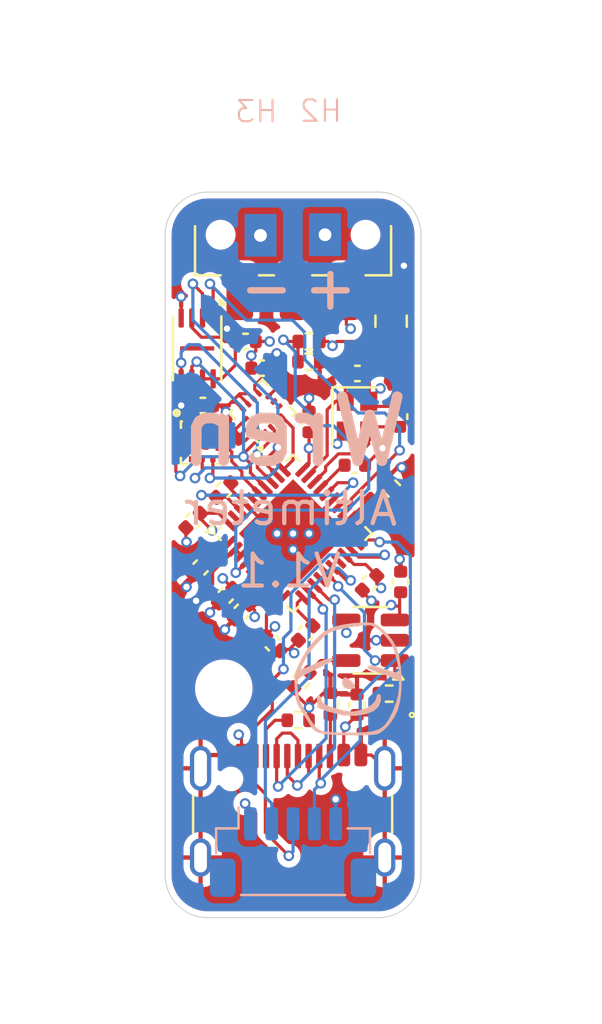
<source format=kicad_pcb>
(kicad_pcb (version 20240108) (generator "pcbnew") (generator_version "8.0")
  (title_block (comment 4 "AISLER Project ID: KFYYHNFJ"))
  (layers (0 "F.Cu" signal) (1 "In1.Cu" signal) (2 "In2.Cu" signal) (31 "B.Cu" signal) (34 "B.Paste" user) (35 "F.Paste" user) (36 "B.SilkS" user "B.Silkscreen") (37 "F.SilkS" user "F.Silkscreen") (38 "B.Mask" user) (39 "F.Mask" user) (44 "Edge.Cuts" user))
  (net 0 "")
  (net 1 "Earth")
  (net 2 "+1V8")
  (net 3 "/D_N")
  (net 4 "VUSB")
  (net 5 "/D_P")
  (net 6 "VCC")
  (net 7 "/VSENSE")
  (net 8 "/NRST")
  (net 9 "VBAT")
  (net 10 "/BARO_CS")
  (net 11 "/ACC_CS")
  (net 12 "/SCK")
  (net 13 "/MISO")
  (net 14 "/MOSI")
  (net 15 "Net-(U2-PROG)")
  (net 27 "/DEC_3")
  (net 28 "/DEC_1")
  (net 29 "/DEC_USB")
  (net 30 "NRF_VDD")
  (net 31 "/DEC_4_6")
  (net 32 "Net-(U1-XC1)")
  (net 33 "Net-(U1-XC2)")
  (net 34 "Net-(D1-K)")
  (net 35 "Net-(D2-K)")
  (net 36 "/DEC_5")
  (net 37 "/SWDIO")
  (net 38 "/SWCLK")
  (net 39 "/LED")
  (net 40 "/CHRG_STATUS")
  (net 41 "Net-(J1-CC2)")
  (net 42 "Net-(J1-CC1)")
  (net 43 "/FLASH_CS")
  (footprint "Capacitor_SMD:C_0402_1005Metric" (layer "F.Cu") (at 56.089411 55.410589 45)
    (property "Reference" "C12" (hide yes))
    (property "Value" "4.7u")
  )
  (footprint "Capacitor_SMD:C_0402_1005Metric" (layer "F.Cu") (at 56.27 42.75)
    (property "Reference" "C18" (hide yes))
    (property "Value" "0.1u")
  )
  (footprint "BMP390L:XDCR_BMP390L" (layer "F.Cu") (at 54.2375 47.5 90)
    (property "Reference" "U3" (hide yes))
    (property "Value" "BMP390L")
  )
  (footprint "Crystal:Crystal_SMD_2016-4Pin_2.0x1.6mm" (layer "F.Cu") (at 61.5 46.25 -90)
    (property "Reference" "Y1" (hide yes))
    (property "Value" "32MHz")
  )
  (footprint "Capacitor_SMD:C_0402_1005Metric" (layer "F.Cu") (at 63.5 46.27 90)
    (property "Reference" "C15" (hide yes))
    (property "Value" "10p")
  )
  (footprint "Capacitor_SMD:C_0402_1005Metric" (layer "F.Cu") (at 55.239411 49.710589 -135)
    (property "Reference" "C14" (hide yes))
    (property "Value" "1u")
  )
  (footprint "Resistor_SMD:R_0402_1005Metric" (layer "F.Cu") (at 63.139376 49.639376 135)
    (property "Reference" "R7" (hide yes))
    (property "Value" "470")
  )
  (footprint "Package_DFN_QFN:QFN-40-1EP_5x5mm_P0.4mm_EP3.6x3.6mm" (layer "F.Cu") (at 58.5 51.75 45)
    (property "Reference" "U1" (hide yes))
    (property "Value" "nRF52833_QDxx")
  )
  (footprint "Capacitor_SMD:C_0402_1005Metric" (layer "F.Cu") (at 61.52 44.25 180)
    (property "Reference" "C16" (hide yes))
    (property "Value" "10p")
  )
  (footprint "Package_LGA:LGA-14_2x2mm_P0.35mm_LayoutBorder3x4y" (layer "F.Cu") (at 57.060831 46.1 135)
    (property "Reference" "U5" (hide yes))
    (property "Value" "LIS2DH")
  )
  (footprint "Resistor_SMD:R_0402_1005Metric" (layer "F.Cu") (at 58.740001 60.5)
    (property "Reference" "R1" (hide yes))
    (property "Value" "5.1k")
  )
  (footprint "Resistor_SMD:R_0402_1005Metric" (layer "F.Cu") (at 60.25 59.740001 -90)
    (property "Reference" "R3" (hide yes))
    (property "Value" "5.1k")
  )
  (footprint "Capacitor_SMD:C_0402_1005Metric" (layer "F.Cu") (at 62.089411 54.060589 45)
    (property "Reference" "C1" (hide yes))
    (property "Value" "0.1u")
  )
  (footprint "Capacitor_SMD:C_0402_1005Metric" (layer "F.Cu") (at 63.55 54.02 90)
    (property "Reference" "C17" (hide yes))
    (property "Value" "4.7u")
  )
  (footprint "Resistor_SMD:R_0402_1005Metric" (layer "F.Cu") (at 63.009999 59.25)
    (property "Reference" "R6" (hide yes))
    (property "Value" "470")
  )
  (footprint "Capacitor_SMD:C_0402_1005Metric" (layer "F.Cu") (at 57.02 44 180)
    (property "Reference" "C3" (hide yes))
    (property "Value" "0.1u")
  )
  (footprint "Capacitor_SMD:C_0402_1005Metric" (layer "F.Cu") (at 59.25 46.52 -90)
    (property "Reference" "C11" (hide yes))
    (property "Value" "0.1u")
  )
  (footprint "Resistor_SMD:R_0402_1005Metric" (layer "F.Cu") (at 58.889376 58.610624 -135)
    (property "Reference" "R8" (hide yes))
    (property "Value" "51k")
  )
  (footprint "Capacitor_SMD:C_0402_1005Metric" (layer "F.Cu") (at 61.5 59.77 90)
    (property "Reference" "C2" (hide yes))
    (property "Value" "4.7u")
  )
  (footprint "Capacitor_SMD:C_0402_1005Metric" (layer "F.Cu") (at 54.27 45.75)
    (property "Reference" "C4" (hide yes))
    (property "Value" "0.1u")
  )
  (footprint "Capacitor_SMD:C_0402_1005Metric" (layer "F.Cu") (at 59.089411 56.410589 45)
    (property "Reference" "C9" (hide yes))
    (property "Value" "4.7u")
  )
  (footprint "Button_Switch_SMD:SW_SPDT_CK_JS102011SAQN" (layer "F.Cu") (at 58.5 37.75 180)
    (property "Reference" "SW2" (hide yes))
    (property "Value" "SW_SPDT")
  )
  (footprint "Capacitor_SMD:C_0805_2012Metric" (layer "F.Cu") (at 63.1 41.8 90)
    (property "Reference" "C19" (hide yes))
    (property "Value" "33u")
  )
  (footprint "Capacitor_SMD:C_0402_1005Metric" (layer "F.Cu") (at 55.339411 54.660589 45)
    (property "Reference" "C10" (hide yes))
    (property "Value" "4.7u")
  )
  (footprint "Capacitor_SMD:C_0402_1005Metric" (layer "F.Cu") (at 54.160589 53.339411 45)
    (property "Reference" "C7" (hide yes))
    (property "Value" "0.1u")
  )
  (footprint "Capacitor_SMD:C_0402_1005Metric" (layer "F.Cu") (at 61.4 48.55 180)
    (property "Reference" "C6" (hide yes))
    (property "Value" "100p")
  )
  (footprint "Package_TO_SOT_SMD:SOT-23-5" (layer "F.Cu") (at 62.1375 56.75 180)
    (property "Reference" "U2" (hide yes))
    (property "Value" "MCP73832T-2")
  )
  (footprint "LED_SMD:LED_0402_1005Metric" (layer "F.Cu") (at 62.985 60.25 180)
    (property "Reference" "D1" (hide yes))
    (property "Value" "blue")
  )
  (footprint "Package_SON:Winbond_USON-8-1EP_3x2mm_P0.5mm_EP0.2x1.6mm" (layer "F.Cu") (at 54 43.075 -90)
    (property "Reference" "U4" (hide yes))
    (property "Value" "W25X40CLUXIG")
  )
  (footprint "Capacitor_SMD:C_0402_1005Metric" (layer "F.Cu") (at 53.810589 51.139411 45)
    (property "Reference" "C5" (hide yes))
    (property "Value" "0.1u")
  )
  (footprint "Connector_USB:USB_C_Receptacle_GCT_USB4105-xx-A_16P_TopMnt_Horizontal" (layer "F.Cu") (at 58.48 65.855)
    (property "Reference" "J1" (hide yes))
    (property "Value" "USB_C_Receptacle_USB2.0_16P")
  )
  (footprint "LED_SMD:LED_0402_1005Metric" (layer "F.Cu") (at 62.459063 50.505582 135)
    (property "Reference" "D2" (hide yes))
    (property "Value" "red")
  )
  (footprint "Capacitor_SMD:C_0402_1005Metric" (layer "F.Cu") (at 57.55 56.9 135)
    (property "Reference" "C13" (hide yes))
    (property "Value" "4.7u")
  )
  (footprint "Resistor_SMD:R_0402_1005Metric" (layer "F.Cu") (at 59.240001 43.7)
    (property "Reference" "R5" (hide yes))
    (property "Value" "51k")
  )
  (footprint "Resistor_SMD:R_0402_1005Metric" (layer "F.Cu") (at 59.25 42.75 180)
    (property "Reference" "R2" (hide yes))
    (property "Value" "100k")
  )
  (footprint "MountingHole:MountingHole_2.2mm_M2" (layer "F.Cu") (at 55.25 59)
    (property "Reference" "H1" (hide yes))
    (property "Value" "MountingHole")
  )
  (footprint "LOGO" (layer "B.Cu") (at 61.013383 58.553868 180)
    (property "Reference" "G***" (hide yes))
    (property "Value" "LOGO" (hide yes))
  )
  (footprint "Connector_JST:JST_SH_BM05B-SRSS-TB_1x05-1MP_P1.00mm_Vertical" (layer "B.Cu") (at 58.5 66.674999)
    (property "Reference" "J2" (hide yes))
    (property "Value" "Conn_01x05_MountingPin")
  )
  (footprint "custom:square" (layer "B.Cu") (at 60 37.75 180)
    (property "Reference" "H2")
    (property "Value" "MountingHole_Pad")
  )
  (footprint "custom:square" (layer "B.Cu") (at 56.975 37.775 180)
    (property "Reference" "H3")
    (property "Value" "MountingHole_Pad")
  )
  (gr_arc (start 62.5 35.75) (mid 63.914214 36.335786) (end 64.5 37.75) (stroke (width 0.05)) (layer "Edge.Cuts"))
  (gr_arc (start 52.5 37.75) (mid 53.085786 36.335786) (end 54.5 35.75) (stroke (width 0.05)) (layer "Edge.Cuts"))
  (gr_line (start 62.5 69.75) (end 54.5 69.75) (stroke (width 0.05)) (layer "Edge.Cuts"))
  (gr_arc (start 54.5 69.75) (mid 53.085786 69.164214) (end 52.5 67.75) (stroke (width 0.05)) (layer "Edge.Cuts"))
  (gr_line (start 52.5 67.75) (end 52.5 37.75) (stroke (width 0.05)) (layer "Edge.Cuts"))
  (gr_line (start 64.5 37.75) (end 64.5 67.75) (stroke (width 0.05)) (layer "Edge.Cuts"))
  (gr_line (start 54.5 35.75) (end 62.5 35.75) (stroke (width 0.05)) (layer "Edge.Cuts"))
  (gr_arc (start 64.5 67.75) (mid 63.914214 69.164214) (end 62.5 69.75) (stroke (width 0.05)) (layer "Edge.Cuts"))
  (gr_text "Altimeter" (at 63.505 51.455 0) (layer "B.SilkS") (effects (font (size 1.5 1.5) (thickness 0.2) (bold yes)) (justify left bottom mirror)))
  (gr_text "Wren" (at 58.53 48.73 0) (layer "B.SilkS") (effects (font (size 3 3) (thickness 0.5) (bold yes)) (justify bottom mirror)))
  (gr_text "-" (at 57.25 41.375 0) (layer "B.SilkS") (effects (font (size 2 2) (thickness 0.3)) (justify bottom mirror)))
  (gr_text "V1.1" (at 60.88 54.38 0) (layer "B.SilkS") (effects (font (size 1.5 1.5) (thickness 0.2)) (justify left bottom mirror)))
  (gr_text "+" (at 60.25 41.375 0) (layer "B.SilkS") (effects (font (size 2 2) (thickness 0.3)) (justify bottom mirror)))
  (segment (start 63.275 56.75) (end 62.4 56.75) (width 0.15) (layer "F.Cu") (net 1))
  (segment (start 60.364994 50.167849) (end 58.782843 51.75) (width 0.15) (layer "F.Cu") (net 1))
  (segment (start 59.75 44.9) (end 59.25 45.4) (width 0.15) (layer "F.Cu") (net 1))
  (segment (start 57.928822 57.178822) (end 58.321178 57.178822) (width 0.15) (layer "F.Cu") (net 1))
  (segment (start 56 45.2) (end 55.9 45.3) (width 0.15) (layer "F.Cu") (net 1))
  (segment (start 61.88 48.55) (end 61.9 48.55) (width 0.15) (layer "F.Cu") (net 1))
  (segment (start 53.471178 52.121178) (end 53.5 52.15) (width 0.15) (layer "F.Cu") (net 1))
  (segment (start 63.5 45.79) (end 62.29 45.79) (width 0.15) (layer "F.Cu") (net 1))
  (segment (start 53.821178 53.678822) (end 53.821178 53.928822) (width 0.15) (layer "F.Cu") (net 1))
  (segment (start 55.6 45.6) (end 55.35 45.85) (width 0.15) (layer "F.Cu") (net 1))
  (segment (start 61.5 59.29) (end 60.309998 59.29) (width 0.15) (layer "F.Cu") (net 1))
  (segment (start 61.75 54.4) (end 61.75 54.475) (width 0.15) (layer "F.Cu") (net 1))
  (segment (start 55.75 55.75) (end 55.75 55.8) (width 0.15) (layer "F.Cu") (net 1))
  (segment (start 55.75 55.8) (end 55.3 56.25) (width 0.15) (layer "F.Cu") (net 1))
  (segment (start 56.521662 46.639169) (end 56.060831 47.1) (width 0.15) (layer "F.Cu") (net 1))
  (segment (start 62.05 45.5) (end 62.6 44.95) (width 0.15) (layer "F.Cu") (net 1))
  (segment (start 57.651472 51.75) (end 57.75 51.75) (width 0.15) (layer "F.Cu") (net 1))
  (segment (start 59.25 46.04) (end 59.25 45.4) (width 0.15) (layer "F.Cu") (net 1))
  (segment (start 62.29 45.79) (end 62.05 45.55) (width 0.15) (layer "F.Cu") (net 1))
  (segment (start 58.5 51.75) (end 58.5 52.4) (width 0.15) (layer "F.Cu") (net 1))
  (segment (start 56.75 42.75) (end 57.4 42.75) (width 0.15) (layer "F.Cu") (net 1))
  (segment (start 58.378822 57.178822) (end 58.55 57.35) (width 0.15) (layer "F.Cu") (net 1))
  (segment (start 60.95 47.167632) (end 60.575 47.542632) (width 0.15) (layer "F.Cu") (net 1))
  (segment (start 55.818369 45.6) (end 55.6 45.6) (width 0.15) (layer "F.Cu") (net 1))
  (segment (start 54.737499 45.762501) (end 54.75 45.75) (width 0.15) (layer "F.Cu") (net 1))
  (segment (start 57.75 51.75) (end 58.5 51.75) (width 0.15) (layer "F.Cu") (net 1))
  (segment (start 61.75 54.475) (end 62.175 54.9) (width 0.15) (layer "F.Cu") (net 1))
  (segment (start 56.255805 47.4) (end 56.2 47.4) (width 0.15) (layer "F.Cu") (net 1))
  (segment (start 55.05 45.75) (end 55.35 46.05) (width 0.15) (layer "F.Cu") (net 1))
  (segment (start 58.782843 51.75) (end 58.5 51.75) (width 0.15) (layer "F.Cu") (net 1))
  (segment (start 55 55) (end 55 55.05) (width 0.15) (layer "F.Cu") (net 1))
  (segment (start 60.95 46.95) (end 60.95 47.167632) (width 0.15) (layer "F.Cu") (net 1))
  (segment (start 63.5 53.54) (end 63.5 52.95) (width 0.15) (layer "F.Cu") (net 1))
  (segment (start 53.8375 48.0125) (end 54.2375 47.6125) (width 0.15) (layer "F.Cu") (net 1))
  (segment (start 58.528752 58.971248) (end 58.528752 59.178752) (width 0.15) (layer "F.Cu") (net 1))
  (segment (start 62 45.5) (end 62.05 45.55) (width 0.15) (layer "F.Cu") (net 1))
  (segment (start 63.407504 48.65) (end 63.6 48.65) (width 0.15) (layer "F.Cu") (net 1))
  (segment (start 53.821178 53.928822) (end 53.5 54.25) (width 0.15) (layer "F.Cu") (net 1))
  (segment (start 62.1775 62.1275) (end 62.8 62.75) (width 0.15) (layer "F.Cu") (net 1))
  (segment (start 62 44.25) (end 62 45.5) (width 0.15) (layer "F.Cu") (net 1))
  (segment (start 55 55.05) (end 54.6 55.45) (width 0.15) (layer "F.Cu") (net 1))
  (segment (start 58.321178 57.178822) (end 58.75 56.75) (width 0.15) (layer "F.Cu") (net 1))
  (segment (start 54.2375 46.7375) (end 54.737499 46.7375) (width 0.15) (layer "F.Cu") (net 1))
  (segment (start 54.737499 46.7375) (end 54.737499 45.762501) (width 0.15) (layer "F.Cu") (net 1))
  (segment (start 54.2375 47.6125) (end 54.2375 46.7375) (width 0.15) (layer "F.Cu") (net 1))
  (segment (start 59.919998 59.230002) (end 59.25 59.9) (width 0.15) (layer "F.Cu") (net 1))
  (segment (start 54.6225 62.1275) (end 54 62.75) (width 0.15) (layer "F.Cu") (net 1))
  (segment (start 55.578822 49.67735) (end 55.578822 49.371178) (width 0.15) (layer "F.Cu") (net 1))
  (segment (start 56.54 44) (end 56.54 43.41) (width 0.15) (layer "F.Cu") (net 1))
  (segment (start 55.8 46.865857) (end 55.8 46.9) (width 0.15) (layer "F.Cu") (net 1))
  (segment (start 53.737501 48.2625) (end 53.8375 48.162501) (width 0.15) (layer "F.Cu") (net 1))
  (segment (start 57.928822 57.178822) (end 58.378822 57.178822) (width 0.15) (layer "F.Cu") (net 1))
  (segment (start 61.68 62.1275) (end 62.1775 62.1275) (width 0.15) (layer "F.Cu") (net 1))
  (segment (start 56.274175 46.391682) (end 55.8 46.865857) (width 0.15) (layer "F.Cu") (net 1))
  (segment (start 56.013343 45.3) (end 55.9 45.3) (width 0.15) (layer "F.Cu") (net 1))
  (segment (start 56.769149 46.886656) (end 56.255805 47.4) (width 0.15) (layer "F.Cu") (net 1))
  (segment (start 56.408319 45.2) (end 56 45.2) (width 0.15) (layer "F.Cu") (net 1))
  (segment (start 56.352163 50.450691) (end 55.578822 49.67735) (width 0.15) (layer "F.Cu") (net 1))
  (segment (start 61.9 48.55) (end 62.7 47.75) (width 0.15) (layer "F.Cu") (net 1))
  (segment (start 53.8375 48.162501) (end 53.8375 48.0125) (width 0.15) (layer "F.Cu") (net 1))
  (segment (start 53.25 41.65) (end 53.25 40.65) (width 0.15) (layer "F.Cu") (net 1))
  (segment (start 56.397918 45.684575) (end 56.013343 45.3) (width 0.15) (layer "F.Cu") (net 1))
  (segment (start 56.352163 50.450691) (end 57.651472 51.75) (width 0.15) (layer "F.Cu") (net 1))
  (segment (start 60.309998 59.29) (end 60.25 59.230002) (width 0.15) (layer "F.Cu") (net 1))
  (segment (start 58.528752 59.178752) (end 59.25 59.9) (width 0.15) (layer "F.Cu") (net 1))
  (segment (start 54.75 45.75) (end 55.05 45.75) (width 0.15) (layer "F.Cu") (net 1))
  (segment (start 56.75 43.2) (end 56.75 42.75) (width 0.15) (layer "F.Cu") (net 1))
  (segment (start 59.75 43.7) (end 59.75 44.9) (width 0.15) (layer "F.Cu") (net 1))
  (segment (start 55.9 45.3) (end 55.6 45.6) (width 0.15) (layer "F.Cu") (net 1))
  (segment (start 55.12 62.1275) (end 54.6225 62.1275) (width 0.15) (layer "F.Cu") (net 1))
  (segment (start 56.54 43.41) (end 56.75 43.2) (width 0.15) (layer "F.Cu") (net 1))
  (segment (start 59.25 60.5) (end 59.25 59.9) (width 0.15) (layer "F.Cu") (net 1))
  (segment (start 55.35 45.85) (end 55.35 46.05) (width 0.15) (layer "F.Cu") (net 1))
  (segment (start 62.05 45.55) (end 62.05 45.5) (width 0.15) (layer "F.Cu") (net 1))
  (segment (start 53.471178 51.478822) (end 53.471178 52.121178) (width 0.15) (layer "F.Cu") (net 1))
  (segment (start 56.150431 45.932062) (end 55.818369 45.6) (width 0.15) (layer "F.Cu") (net 1))
  (segment (start 60.25 59.230002) (end 59.919998 59.230002) (width 0.15) (layer "F.Cu") (net 1))
  (segment (start 56.645406 45.437087) (end 56.408319 45.2) (width 0.15) (layer "F.Cu") (net 1))
  (segment (start 62.778752 49.278752) (end 63.407504 48.65) (width 0.15) (layer "F.Cu") (net 1))
  (via (at 59.25 51.75) (size 0.5) (drill 0.3) (layers "F.Cu" "B.Cu") (net 1))
  (via (at 56.54 43.41) (size 0.5) (drill 0.3) (layers "F.Cu" "B.Cu") (net 1))
  (via (at 62.175 54.9) (size 0.5) (drill 0.3) (layers "F.Cu" "B.Cu") (net 1))
  (via (at 59.25 45.4) (size 0.5) (drill 0.3) (layers "F.Cu" "B.Cu") (net 1))
  (via (at 55.35 46.05) (size 0.5) (drill 0.3) (layers "F.Cu" "B.Cu") (net 1))
  (via (at 53.5 54.25) (size 0.5) (drill 0.3) (layers "F.Cu" "B.Cu") (net 1))
  (via (at 55.3 56.25) (size 0.5) (drill 0.3) (layers "F.Cu" "B.Cu") (net 1))
  (via (at 60.575 47.542632) (size 0.5) (drill 0.3) (layers "F.Cu" "B.Cu") (net 1))
  (via (at 59.25 59.9) (size 0.5) (drill 0.3) (layers "F.Cu" "B.Cu") (net 1))
  (via (at 58.55 57.35) (size 0.5) (drill 0.3) (layers "F.Cu" "B.Cu") (net 1))
  (via (at 56.97 37.78) (size 0.9) (drill 0.6) (layers "F.Cu" "B.Cu") (net 1))
  (via (at 63.5 52.95) (size 0.5) (drill 0.3) (layers "F.Cu" "B.Cu") (net 1))
  (via (at 57.75 51.75) (size 0.5) (drill 0.3) (layers "F.Cu" "B.Cu") (net 1))
  (via (at 53.5 52.15) (size 0.5) (drill 0.3) (layers "F.Cu" "B.Cu") (net 1))
  (via (at 60.5 64.2) (size 0.5) (drill 0.3) (layers "F.Cu" "B.Cu") (net 1))
  (via (at 62.4 56.75) (size 0.5) (drill 0.3) (layers "F.Cu" "B.Cu") (net 1))
  (via (at 53.25 40.65) (size 0.5) (drill 0.3) (layers "F.Cu" "B.Cu") (net 1))
  (via (at 58.5 51.75) (size 0.5) (drill 0.3) (layers "F.Cu" "B.Cu") (net 1))
  (via (at 62.7 47.75) (size 0.5) (drill 0.3) (layers "F.Cu" "B.Cu") (net 1))
  (via (at 62.6 44.95) (size 0.5) (drill 0.3) (layers "F.Cu" "B.Cu") (net 1))
  (via (at 63.6 48.65) (size 0.5) (drill 0.3) (layers "F.Cu" "B.Cu") (net 1))
  (via (at 54.6 55.45) (size 0.5) (drill 0.3) (layers "F.Cu" "B.Cu") (net 1))
  (via (at 57.4 42.75) (size 0.5) (drill 0.3) (layers "F.Cu" "B.Cu") (net 1))
  (via (at 58.5 52.5) (size 0.5) (drill 0.3) (layers "F.Cu" "B.Cu") (net 1))
  (segment (start 57.225 37.775) (end 57.22 37.78) (width 0.15) (layer "B.Cu") (net 1))
  (segment (start 60.5 65.349999) (end 60.5 64.2) (width 0.15) (layer "B.Cu") (net 1))
  (segment (start 56.06932 52.766465) (end 55.786478 52.483623) (width 0.15) (layer "F.Cu") (net 2))
  (segment (start 54.725 53.545101) (end 54.725 54.125) (width 0.15) (layer "F.Cu") (net 2))
  (segment (start 55.79 43.86) (end 55.15 44.5) (width 0.15) (layer "F.Cu") (net 2))
  (segment (start 55.79 42.54) (end 55.4 42.15) (width 0.15) (layer "F.Cu") (net 2))
  (segment (start 56.7 44.8) (end 57.5 44) (width 0.15) (layer "F.Cu") (net 2))
  (segment (start 54.725 54.125) (end 53.95 54.9) (width 0.15) (layer "F.Cu") (net 2))
  (segment (start 54.200001 42.55) (end 55.1 42.55) (width 0.15) (layer "F.Cu") (net 2))
  (segment (start 55.786478 52.483623) (end 54.725 53.545101) (width 0.15) (layer "F.Cu") (net 2))
  (segment (start 55.79 42.75) (end 55.79 43.86) (width 0.15) (layer "F.Cu") (net 2))
  (segment (start 53.737501 45.802499) (end 53.79 45.75) (width 0.15) (layer "F.Cu") (net 2))
  (segment (start 56.701646 44.801646) (end 56.7 44.8) (width 0.15) (layer "F.Cu") (net 2))
  (segment (start 53.79 45.75) (end 53.25 45.75) (width 0.15) (layer "F.Cu") (net 2))
  (segment (start 57.5 44) (end 57.5 43.541795) (width 0.15) (layer "F.Cu") (net 2))
  (segment (start 54.25 44.5) (end 54.75 44.5) (width 0.15) (layer "F.Cu") (net 2))
  (segment (start 53.475 47.25) (end 53.475 47.000001) (width 0.15) (layer "F.Cu") (net 2))
  (segment (start 57.352513 45.313344) (end 57.7 44.965857) (width 0.15) (layer "F.Cu") (net 2))
  (segment (start 56.892893 45.1896) (end 56.701646 44.998354) (width 0.15) (layer "F.Cu") (net 2))
  (segment (start 57.5 43.541795) (end 57.734423 43.307372) (width 0.15) (layer "F.Cu") (net 2))
  (segment (start 55.79 42.75) (end 55.79 42.54) (width 0.15) (layer "F.Cu") (net 2))
  (segment (start 53.475 47.000001) (end 53.737501 46.7375) (width 0.15) (layer "F.Cu") (net 2))
  (segment (start 56.06932 52.766466) (end 56.06932 52.766465) (width 0.15) (layer "F.Cu") (net 2))
  (segment (start 53.79 45.75) (end 54.25 45.29) (width 0.15) (layer "F.Cu") (net 2))
  (segment (start 53.737501 46.7375) (end 53.737501 45.802499) (width 0.15) (layer "F.Cu") (net 2))
  (segment (start 55.15 44.5) (end 54.75 44.5) (width 0.15) (layer "F.Cu") (net 2))
  (segment (start 57.7 44.965857) (end 57.7 44.2) (width 0.15) (layer "F.Cu") (net 2))
  (segment (start 55.3 42.75) (end 55.79 42.75) (width 0.15) (layer "F.Cu") (net 2))
  (segment (start 54.25 45.29) (end 54.25 44.5) (width 0.15) (layer "F.Cu") (net 2))
  (segment (start 53.75 41.65) (end 53.75 42.099999) (width 0.15) (layer "F.Cu") (net 2))
  (segment (start 55.1 42.55) (end 55.3 42.75) (width 0.15) (layer "F.Cu") (net 2))
  (segment (start 56.701646 44.998354) (end 56.701646 44.801646) (width 0.15) (layer "F.Cu") (net 2))
  (segment (start 53.75 42.099999) (end 54.200001 42.55) (width 0.15) (layer "F.Cu") (net 2))
  (segment (start 57.7 44.2) (end 57.5 44) (width 0.15) (layer "F.Cu") (net 2))
  (via (at 57.734423 43.307372) (size 0.5) (drill 0.3) (layers "F.Cu" "B.Cu") (net 2))
  (via (at 53.25 45.75) (size 0.5) (drill 0.3) (layers "F.Cu" "B.Cu") (net 2))
  (via (at 55.4 42.15) (size 0.5) (drill 0.3) (layers "F.Cu" "B.Cu") (net 2))
  (via (at 53.95 54.9) (size 0.5) (drill 0.3) (layers "F.Cu" "B.Cu") (net 2))
  (via (at 63.7 39.2) (size 0.6) (drill 0.3) (layers "F.Cu" "B.Cu") (net 2))
  (segment (start 58 61.1) (end 58.4 61.1) (width 0.15) (layer "F.Cu") (net 3))
  (segment (start 57.73 63.53) (end 57.8 63.6) (width 0.15) (layer "F.Cu") (net 3))
  (segment (start 59.233623 54.463522) (end 59.9 55.129899) (width 0.15) (layer "F.Cu") (net 3))
  (segment (start 57.73 62.175) (end 57.73 63.53) (width 0.15) (layer "F.Cu") (net 3))
  (segment (start 58.4 61.1) (end 58.73 61.43) (width 0.15) (layer "F.Cu") (net 3))
  (segment (start 59.9 55.129899) (end 59.9 55.3) (width 0.15) (layer "F.Cu") (net 3))
  (segment (start 57.73 61.37) (end 58 61.1) (width 0.15) (layer "F.Cu") (net 3))
  (segment (start 58.73 61.43) (end 58.73 62.175) (width 0.15) (layer "F.Cu") (net 3))
  (segment (start 57.73 62.175) (end 57.73 61.37) (width 0.15) (layer "F.Cu") (net 3))
  (via (at 57.8 63.6) (size 0.5) (drill 0.3) (layers "F.Cu" "B.Cu") (net 3))
  (via (at 59.9 55.3) (size 0.5) (drill 0.3) (layers "F.Cu" "B.Cu") (net 3))
  (segment (start 57.8 63.595906) (end 60.05 61.345906) (width 0.15) (layer "B.Cu") (net 3))
  (segment (start 57.8 63.6) (end 57.8 63.595906) (width 0.15) (layer "B.Cu") (net 3))
  (segment (start 59.9 55.3) (end 60.05 55.45) (width 0.15) (layer "B.Cu") (net 3))
  (segment (start 60.05 61.345906) (end 60.05 61.1) (width 0.15) (layer "B.Cu") (net 3))
  (segment (start 60.05 55.45) (end 60.05 61.1) (width 0.15) (layer "B.Cu") (net 3))
  (segment (start 60.88 62.1275) (end 60.88 60.87) (width 0.15) (layer "F.Cu") (net 4))
  (segment (start 57.25 55.545584) (end 58.049219 54.746365) (width 0.15) (layer "F.Cu") (net 4))
  (segment (start 61 55.800001) (end 61 56.4) (width 0.15) (layer "F.Cu") (net 4))
  (segment (start 56.08 62.1275) (end 56.08 61.305) (width 0.15) (layer "F.Cu") (net 4))
  (segment (start 60.88 60.87) (end 60.95 60.8) (width 0.15) (layer "F.Cu") (net 4))
  (segment (start 62.5 60.25) (end 61.5 60.25) (width 0.15) (layer "F.Cu") (net 4))
  (segment (start 57.25 56.5) (end 57.65 56.1) (width 0.15) (layer "F.Cu") (net 4))
  (segment (start 57.25 56.5) (end 57.25 55.545584) (width 0.15) (layer "F.Cu") (net 4))
  (segment (start 60.95 60.8) (end 61.5 60.25) (width 0.15) (layer "F.Cu") (net 4))
  (segment (start 56.08 61.305) (end 55.95 61.175) (width 0.15) (layer "F.Cu") (net 4))
  (via (at 61 56.4) (size 0.5) (drill 0.3) (layers "F.Cu" "B.Cu") (net 4))
  (via (at 60.95 60.8) (size 0.5) (drill 0.3) (layers "F.Cu" "B.Cu") (net 4))
  (via (at 55.95 61.175) (size 0.5) (drill 0.3) (layers "F.Cu" "B.Cu") (net 4))
  (via (at 57.65 56.1) (size 0.5) (drill 0.3) (layers "F.Cu" "B.Cu") (net 4))
  (segment (start 59.23 63.02079) (end 59.23 62.175) (width 0.15) (layer "F.Cu") (net 5))
  (segment (start 58.7 63.55079) (end 59.23 63.02079) (width 0.15) (layer "F.Cu") (net 5))
  (segment (start 60.185786 54.85) (end 60.45 54.85) (width 0.15) (layer "F.Cu") (net 5))
  (segment (start 58.7 63.55079) (end 58.23 63.08079) (width 0.15) (layer "F.Cu") (net 5))
  (segment (start 59.516466 54.18068) (end 60.185786 54.85) (width 0.15) (layer "F.Cu") (net 5))
  (segment (start 58.23 63.08079) (end 58.23 62.175) (width 0.15) (layer "F.Cu") (net 5))
  (via (at 60.45 54.85) (size 0.5) (drill 0.3) (layers "F.Cu" "B.Cu") (net 5))
  (via (at 58.7 63.55079) (size 0.5) (drill 0.3) (layers "F.Cu" "B.Cu") (net 5))
  (segment (start 60.45 61.80079) (end 58.7 63.55079) (width 0.15) (layer "B.Cu") (net 5))
  (segment (start 60.45 54.85) (end 60.45 61.80079) (width 0.15) (layer "B.Cu") (net 5))
  (segment (start 57.158721 55.071178) (end 56.428822 55.071178) (width 0.15) (layer "F.Cu") (net 6))
  (segment (start 59.759999 41.759999) (end 59.759999 42.75) (width 0.15) (layer "F.Cu") (net 6))
  (segment (start 56.7 55.342356) (end 56.428822 55.071178) (width 0.15) (layer "F.Cu") (net 6))
  (segment (start 56.7 55.65) (end 56.7 55.342356) (width 0.15) (layer "F.Cu") (net 6))
  (segment (start 57.766377 54.463522) (end 57.158721 55.071178) (width 0.15) (layer "F.Cu") (net 6))
  (segment (start 59.759999 42.75) (end 60.15 42.75) (width 0.15) (layer "F.Cu") (net 6))
  (segment (start 58.5 40.5) (end 59.759999 41.759999) (width 0.15) (layer "F.Cu") (net 6))
  (segment (start 59.759999 42.75) (end 59.759999 42.759999) (width 0.15) (layer "F.Cu") (net 6))
  (segment (start 60.15 42.75) (end 60.35 42.95) (width 0.15) (layer "F.Cu") (net 6))
  (segment (start 60.550001 42.749999) (end 60.35 42.95) (width 0.15) (layer "F.Cu") (net 6))
  (segment (start 63.1 42.749999) (end 60.550001 42.749999) (width 0.15) (layer "F.Cu") (net 6))
  (via (at 60.35 42.95) (size 0.5) (drill 0.3) (layers "F.Cu" "B.Cu") (net 6))
  (via (at 56.7 55.65) (size 0.5) (drill 0.3) (layers "F.Cu" "B.Cu") (net 6))
  (segment (start 55.811709 53.582664) (end 55.818808 53.582664) (width 0.15) (layer "F.Cu") (net 7))
  (segment (start 55.818808 53.582664) (end 56.352163 53.049309) (width 0.15) (layer "F.Cu") (net 7))
  (segment (start 58.730002 42.759999) (end 58.740001 42.75) (width 0.15) (layer "F.Cu") (net 7))
  (segment (start 58.122818 42.75) (end 58.045373 42.672555) (width 0.15) (layer "F.Cu") (net 7))
  (segment (start 58.730002 43.7) (end 58.730002 42.759999) (width 0.15) (layer "F.Cu") (net 7))
  (segment (start 58.740001 42.75) (end 58.122818 42.75) (width 0.15) (layer "F.Cu") (net 7))
  (via (at 55.811709 53.582664) (size 0.5) (drill 0.3) (layers "F.Cu" "B.Cu") (net 7))
  (via (at 58.045373 42.672555) (size 0.5) (drill 0.3) (layers "F.Cu" "B.Cu") (net 7))
  (segment (start 58.045373 42.672555) (end 58.6 43.227182) (width 0.15) (layer "B.Cu") (net 7))
  (segment (start 60.40412 46.7) (end 62.05 48.34588) (width 0.15) (layer "B.Cu") (net 7))
  (segment (start 62.05 48.34588) (end 62.05 49.65) (width 0.15) (layer "B.Cu") (net 7))
  (segment (start 59.85 46.7) (end 60.40412 46.7) (width 0.15) (layer "B.Cu") (net 7))
  (segment (start 61.05 50.65) (end 56.6 50.65) (width 0.15) (layer "B.Cu") (net 7))
  (segment (start 55.811709 51.438291) (end 55.811709 53.582664) (width 0.15) (layer "B.Cu") (net 7))
  (segment (start 58.6 43.227182) (end 58.6 45.45) (width 0.15) (layer "B.Cu") (net 7))
  (segment (start 58.6 45.45) (end 59.85 46.7) (width 0.15) (layer "B.Cu") (net 7))
  (segment (start 62.05 49.65) (end 61.05 50.65) (width 0.15) (layer "B.Cu") (net 7))
  (segment (start 56.6 50.65) (end 55.811709 51.438291) (width 0.15) (layer "B.Cu") (net 7))
  (segment (start 60.394835 53.332151) (end 61.00826 53.945576) (width 0.15) (layer "F.Cu") (net 8))
  (segment (start 60.364994 53.332151) (end 60.394835 53.332151) (width 0.15) (layer "F.Cu") (net 8))
  (segment (start 61.00826 53.945576) (end 61.200333 53.945576) (width 0.15) (layer "F.Cu") (net 8))
  (via (at 61.200333 53.945576) (size 0.5) (drill 0.3) (layers "F.Cu" "B.Cu") (net 8))
  (segment (start 60.3 53.375) (end 60.629757 53.375) (width 0.15) (layer "B.Cu") (net 8))
  (segment (start 60.629757 53.375) (end 61.200333 53.945576) (width 0.15) (layer "B.Cu") (net 8))
  (segment (start 57.2 60.525) (end 59.25 58.475) (width 0.15) (layer "B.Cu") (net 8))
  (segment (start 59.25 54.425) (end 60.3 53.375) (width 0.15) (layer "B.Cu") (net 8))
  (segment (start 57.5 64.4) (end 57.2 64.1) (width 0.15) (layer "B.Cu") (net 8))
  (segment (start 57.2 64.1) (end 57.2 60.525) (width 0.15) (layer "B.Cu") (net 8))
  (segment (start 57.5 65.349999) (end 57.5 64.4) (width 0.15) (layer "B.Cu") (net 8))
  (segment (start 59.25 58.475) (end 59.25 54.425) (width 0.15) (layer "B.Cu") (net 8))
  (segment (start 63.5 54.5) (end 63.5 55.15) (width 0.15) (layer "F.Cu") (net 9))
  (segment (start 63.5 55.575001) (end 63.275 55.800001) (width 0.15) (layer "F.Cu") (net 9))
  (segment (start 61 41.95) (end 61 40.5) (width 0.15) (layer "F.Cu") (net 9))
  (segment (start 63.5 55.15) (end 63.5 55.575001) (width 0.15) (layer "F.Cu") (net 9))
  (segment (start 63.5 55.15) (end 63.15 55.15) (width 0.15) (layer "F.Cu") (net 9))
  (segment (start 61.2 42.15) (end 61 41.95) (width 0.15) (layer "F.Cu") (net 9))
  (segment (start 63.15 55.15) (end 63.1 55.1) (width 0.15) (layer "F.Cu") (net 9))
  (via (at 61.2 42.15) (size 0.5) (drill 0.3) (layers "F.Cu" "B.Cu") (net 9))
  (via (at 63.1 55.1) (size 0.5) (drill 0.3) (layers "F.Cu" "B.Cu") (net 9))
  (via (at 60 37.75) (size 0.9) (drill 0.6) (layers "F.Cu" "B.Cu") (net 9))
  (segment (start 55.025 47.775) (end 55.475 47.775) (width 0.15) (layer "F.Cu") (net 10))
  (segment (start 56.1 48.85) (end 56.1 49.067157) (width 0.15) (layer "F.Cu") (net 10))
  (segment (start 55.475 47.775) (end 55.625 47.925) (width 0.15) (layer "F.Cu") (net 10))
  (segment (start 55 47.75) (end 55.025 47.775) (width 0.15) (layer "F.Cu") (net 10))
  (segment (start 55.625 48.375) (end 56.1 48.85) (width 0.15) (layer "F.Cu") (net 10))
  (segment (start 56.1 49.067157) (end 56.917849 49.885006) (width 0.15) (layer "F.Cu") (net 10))
  (segment (start 55.625 47.925) (end 55.625 48.375) (width 0.15) (layer "F.Cu") (net 10))
  (segment (start 57.971231 46.267938) (end 58.5 46.796707) (width 0.15) (layer "F.Cu") (net 11))
  (segment (start 58.5 46.796707) (end 58.5 48.302854) (width 0.15) (layer "F.Cu") (net 11))
  (segment (start 58.5 48.302854) (end 58.049219 48.753635) (width 0.15) (layer "F.Cu") (net 11))
  (segment (start 57.200691 49.602163) (end 56.499264 48.900736) (width 0.15) (layer "F.Cu") (net 12))
  (segment (start 53.75 44.5) (end 53.75 43.927872) (width 0.15) (layer "F.Cu") (net 12))
  (segment (start 53.75 43.927872) (end 53.979735 43.698137) (width 0.15) (layer "F.Cu") (net 12))
  (segment (start 57.228769 47.0104) (end 56.739169 47.5) (width 0.15) (layer "F.Cu") (net 12))
  (segment (start 56.739169 47.5) (end 56.690968 47.5) (width 0.15) (layer "F.Cu") (net 12))
  (segment (start 56.690968 47.5) (end 56.175 48.015968) (width 0.15) (layer "F.Cu") (net 12))
  (segment (start 53 48) (end 53 48.85) (width 0.15) (layer "F.Cu") (net 12))
  (segment (start 53.25 47.75) (end 53 48) (width 0.15) (layer "F.Cu") (net 12))
  (segment (start 56.499264 48.900736) (end 56.499264 48.474264) (width 0.15) (layer "F.Cu") (net 12))
  (segment (start 53.475 47.75) (end 53.25 47.75) (width 0.15) (layer "F.Cu") (net 12))
  (segment (start 56.499264 48.474264) (end 56.175 48.15) (width 0.15) (layer "F.Cu") (net 12))
  (segment (start 56.175 48.015968) (end 56.175 48.15) (width 0.15) (layer "F.Cu") (net 12))
  (segment (start 53 48.85) (end 53.2 49.05) (width 0.15) (layer "F.Cu") (net 12))
  (via (at 53.979735 43.698137) (size 0.5) (drill 0.3) (layers "F.Cu" "B.Cu") (net 12))
  (via (at 53.2 49.05) (size 0.5) (drill 0.3) (layers "F.Cu" "B.Cu") (net 12))
  (via (at 56.175 48.15) (size 0.5) (drill 0.3) (layers "F.Cu" "B.Cu") (net 12))
  (segment (start 53.2 49.05) (end 54.1 48.15) (width 0.15) (layer "B.Cu") (net 12))
  (segment (start 54.1 48.15) (end 55.7 48.15) (width 0.15) (layer "B.Cu") (net 12))
  (segment (start 56.175 48.15) (end 56.175 45.893402) (width 0.15) (layer "B.Cu") (net 12))
  (segment (start 56.175 45.893402) (end 56.090799 45.809201) (width 0.15) (layer "B.Cu") (net 12))
  (segment (start 55.7 48.15) (end 56.175 48.15) (width 0.15) (layer "B.Cu") (net 12))
  (segment (start 53.979735 43.698137) (end 56.090799 45.809201) (width 0.15) (layer "B.Cu") (net 12))
  (segment (start 57.919653 47.580347) (end 57.789124 47.710876) (width 0.15) (layer "F.Cu") (net 13))
  (segment (start 54.25 40.5) (end 53.8 40.05) (width 0.15) (layer "F.Cu") (net 13))
  (segment (start 54.25 41.65) (end 54.25 40.5) (width 0.15) (layer "F.Cu") (net 13))
  (segment (start 57.25 48.25) (end 57.789124 47.710876) (width 0.15) (layer "F.Cu") (net 13))
  (segment (start 57.723744 46.515425) (end 57.919653 46.711334) (width 0.15) (layer "F.Cu") (net 13))
  (segment (start 57.766377 49.036478) (end 57.25 48.520101) (width 0.15) (layer "F.Cu") (net 13))
  (segment (start 57.919653 46.711334) (end 57.919653 47.580347) (width 0.15) (layer "F.Cu") (net 13))
  (segment (start 54.737499 48.2625) (end 54.737499 49.012501) (width 0.15) (layer "F.Cu") (net 13))
  (segment (start 57.25 48.520101) (end 57.25 48.25) (width 0.15) (layer "F.Cu") (net 13))
  (segment (start 54.737499 49.012501) (end 54.6 49.15) (width 0.15) (layer "F.Cu") (net 13))
  (via (at 57.789124 47.710876) (size 0.5) (drill 0.3) (layers "F.Cu" "B.Cu") (net 13))
  (via (at 54.6 49.15) (size 0.5) (drill 0.3) (layers "F.Cu" "B.Cu") (net 13))
  (via (at 53.8 40.05) (size 0.5) (drill 0.3) (layers "F.Cu" "B.Cu") (net 13))
  (segment (start 53.8 41.75) (end 53.8 40.05) (width 0.15) (layer "B.Cu") (net 13))
  (segment (start 57.789124 47.710876) (end 57.789124 45.739124) (width 0.15) (layer "B.Cu") (net 13))
  (segment (start 57.789124 45.739124) (end 53.8 41.75) (width 0.15) (layer "B.Cu") (net 13))
  (segment (start 57.3 49.15) (end 57.789124 48.660876) (width 0.15) (layer "B.Cu") (net 13))
  (segment (start 57.789124 48.660876) (end 57.789124 47.710876) (width 0.15) (layer "B.Cu") (net 13))
  (segment (start 54.6 49.15) (end 57.3 49.15) (width 0.15) (layer "B.Cu") (net 13))
  (segment (start 57.619653 47.208595) (end 56.825147 48.003101) (width 0.15) (layer "F.Cu") (net 14))
  (segment (start 54.2375 48.2625) (end 54.2375 48.8125) (width 0.15) (layer "F.Cu") (net 14))
  (segment (start 57.619653 46.90631) (end 57.619653 47.208595) (width 0.15) (layer "F.Cu") (net 14))
  (segment (start 56.825147 48.003101) (end 56.825147 48.037573) (width 0.15) (layer "F.Cu") (net 14))
  (segment (start 56.825147 48.037573) (end 56.825147 48.660933) (width 0.15) (layer "F.Cu") (net 14))
  (segment (start 53.25 44.5) (end 53.25 43.75) (width 0.15) (layer "F.Cu") (net 14))
  (segment (start 57.476256 46.762913) (end 57.619653 46.90631) (width 0.15) (layer "F.Cu") (net 14))
  (segment (start 54.2375 48.8125) (end 53.9 49.15) (width 0.15) (layer "F.Cu") (net 14))
  (segment (start 56.825147 48.660933) (end 57.483534 49.31932) (width 0.15) (layer "F.Cu") (net 14))
  (via (at 53.9 49.15) (size 0.5) (drill 0.3) (layers "F.Cu" "B.Cu") (net 14))
  (via (at 53.25 43.75) (size 0.5) (drill 0.3) (layers "F.Cu" "B.Cu") (net 14))
  (via (at 56.825147 48.037573) (size 0.5) (drill 0.3) (layers "F.Cu" "B.Cu") (net 14))
  (segment (start 56.825147 48.171605) (end 56.321752 48.675) (width 0.15) (layer "B.Cu") (net 14))
  (segment (start 54.1 42.9) (end 56.825147 45.625147) (width 0.15) (layer "B.Cu") (net 14))
  (segment (start 54.375 48.675) (end 53.9 49.15) (width 0.15) (layer "B.Cu") (net 14))
  (segment (start 56.825147 48.037573) (end 56.825147 48.171605) (width 0.15) (layer "B.Cu") (net 14))
  (segment (start 53.25 43.75) (end 53.25 43.25) (width 0.15) (layer "B.Cu") (net 14))
  (segment (start 56.321752 48.675) (end 54.375 48.675) (width 0.15) (layer "B.Cu") (net 14))
  (segment (start 53.25 43.25) (end 53.6 42.9) (width 0.15) (layer "B.Cu") (net 14))
  (segment (start 56.825147 45.625147) (end 56.825147 48.037573) (width 0.15) (layer "B.Cu") (net 14))
  (segment (start 53.6 42.9) (end 54.1 42.9) (width 0.15) (layer "B.Cu") (net 14))
  (segment (start 61 57.699999) (end 59.800001 57.699999) (width 0.15) (layer "F.Cu") (net 15))
  (segment (start 59.800001 57.699999) (end 59.25 58.25) (width 0.15) (layer "F.Cu") (net 15))
  (segment (start 60.92 48.55) (end 60.851472 48.55) (width 0.15) (layer "F.Cu") (net 27))
  (segment (start 60.851472 48.55) (end 59.799309 49.602163) (width 0.15) (layer "F.Cu") (net 27))
  (segment (start 54.5 53) (end 54.704416 53) (width 0.15) (layer "F.Cu") (net 28))
  (segment (start 54.704416 53) (end 55.503635 52.200781) (width 0.15) (layer "F.Cu") (net 28))
  (segment (start 58.950781 54.746365) (end 58.7 54.997146) (width 0.15) (layer "F.Cu") (net 29))
  (segment (start 58.7 55.342356) (end 59.428822 56.071178) (width 0.15) (layer "F.Cu") (net 29))
  (segment (start 58.7 54.997146) (end 58.7 55.342356) (width 0.15) (layer "F.Cu") (net 29))
  (segment (start 59.25 48.454416) (end 59.25 47.75) (width 0.15) (layer "F.Cu") (net 30))
  (segment (start 55.671178 54.321178) (end 55.2 53.85) (width 0.15) (layer "F.Cu") (net 30))
  (segment (start 58.950781 48.753635) (end 59.25 48.454416) (width 0.15) (layer "F.Cu") (net 30))
  (segment (start 61.364214 53.2) (end 60.93068 52.766466) (width 0.15) (layer "F.Cu") (net 30))
  (segment (start 54.15 50.8) (end 54.15 51.05) (width 0.15) (layer "F.Cu") (net 30))
  (segment (start 61.907644 53.2) (end 61.364214 53.2) (width 0.15) (layer "F.Cu") (net 30))
  (segment (start 56.7 54.55) (end 56.471178 54.321178) (width 0.15) (layer "F.Cu") (net 30))
  (segment (start 62.428822 54.103822) (end 62.625 54.3) (width 0.15) (layer "F.Cu") (net 30))
  (segment (start 57.483534 54.18068) (end 57.114214 54.55) (width 0.15) (layer "F.Cu") (net 30))
  (segment (start 62.428822 53.721178) (end 62.428822 54.103822) (width 0.15) (layer "F.Cu") (net 30))
  (segment (start 54.15 50.8) (end 55.004416 50.8) (width 0.15) (layer "F.Cu") (net 30))
  (segment (start 56.471178 54.321178) (end 55.678822 54.321178) (width 0.15) (layer "F.Cu") (net 30))
  (segment (start 59.25 47) (end 59.25 47.75) (width 0.15) (layer "F.Cu") (net 30))
  (segment (start 55.004416 50.8) (end 55.503635 51.299219) (width 0.15) (layer "F.Cu") (net 30))
  (segment (start 57.114214 54.55) (end 56.7 54.55) (width 0.15) (layer "F.Cu") (net 30))
  (segment (start 62.428822 53.721178) (end 61.907644 53.2) (width 0.15) (layer "F.Cu") (net 30))
  (segment (start 55.678822 54.321178) (end 55.671178 54.321178) (width 0.15) (layer "F.Cu") (net 30))
  (segment (start 54.15 51.05) (end 54.7 51.6) (width 0.15) (layer "F.Cu") (net 30))
  (via (at 62.625 54.3) (size 0.5) (drill 0.3) (layers "F.Cu" "B.Cu") (net 30))
  (via (at 54.7 51.6) (size 0.5) (drill 0.3) (layers "F.Cu" "B.Cu") (net 30))
  (via (at 55.2 53.85) (size 0.5) (drill 0.3) (layers "F.Cu" "B.Cu") (net 30))
  (via (at 56.25 64.4) (size 0.5) (drill 0.3) (layers "F.Cu" "B.Cu") (net 30))
  (via (at 59.25 47.75) (size 0.5) (drill 0.3) (layers "F.Cu" "B.Cu") (net 30))
  (segment (start 56.3 65.349999) (end 56.3 64.45) (width 0.15) (layer "B.Cu") (net 30))
  (segment (start 56.5 65.349999) (end 56.5 64.65) (width 0.15) (layer "B.Cu") (net 30))
  (segment (start 56.3 64.45) (end 56.25 64.4) (width 0.15) (layer "B.Cu") (net 30))
  (segment (start 56.5 64.65) (end 56.25 64.4) (width 0.15) (layer "B.Cu") (net 30))
  (segment (start 55.385786 50.05) (end 54.9 50.05) (width 0.15) (layer "F.Cu") (net 31))
  (segment (start 56.06932 50.733534) (end 55.385786 50.05) (width 0.15) (layer "F.Cu") (net 31))
  (segment (start 54.2 49.95) (end 54.8 49.95) (width 0.15) (layer "F.Cu") (net 31))
  (segment (start 54.8 49.95) (end 54.9 50.05) (width 0.15) (layer "F.Cu") (net 31))
  (segment (start 60.599299 49.367858) (end 61.317858 49.367858) (width 0.15) (layer "F.Cu") (net 31))
  (segment (start 60.082151 49.885006) (end 60.599299 49.367858) (width 0.15) (layer "F.Cu") (net 31))
  (via (at 54.2 49.95) (size 0.5) (drill 0.3) (layers "F.Cu" "B.Cu") (net 31))
  (via (at 61.317858 49.367858) (size 0.5) (drill 0.3) (layers "F.Cu" "B.Cu") (net 31))
  (segment (start 61.317858 49.367858) (end 60.735716 49.95) (width 0.15) (layer "B.Cu") (net 31))
  (segment (start 60.735716 49.95) (end 54.2 49.95) (width 0.15) (layer "B.Cu") (net 31))
  (segment (start 62.05 47.55) (end 61.585 48.015) (width 0.15) (layer "F.Cu") (net 32))
  (segment (start 61.585 48.015) (end 60.624932 48.015) (width 0.15) (layer "F.Cu") (net 32))
  (segment (start 60.028243 48.611689) (end 60.028243 48.807543) (width 0.15) (layer "F.Cu") (net 32))
  (segment (start 60.624932 48.015) (end 60.028243 48.611689) (width 0.15) (layer "F.Cu") (net 32))
  (segment (start 62.25 46.75) (end 62.05 46.95) (width 0.15) (layer "F.Cu") (net 32))
  (segment (start 60.028243 48.807543) (end 59.516466 49.31932) (width 0.15) (layer "F.Cu") (net 32))
  (segment (start 62.05 46.95) (end 62.05 47.55) (width 0.15) (layer "F.Cu") (net 32))
  (segment (start 63.5 46.75) (end 62.25 46.75) (width 0.15) (layer "F.Cu") (net 32))
  (segment (start 60.95 44.34) (end 61.04 44.25) (width 0.15) (layer "F.Cu") (net 33))
  (segment (start 60.1 45.95) (end 60.1 48.099392) (width 0.15) (layer "F.Cu") (net 33))
  (segment (start 60.95 45.55) (end 60.95 44.34) (width 0.15) (layer "F.Cu") (net 33))
  (segment (start 60.5 45.55) (end 60.1 45.95) (width 0.15) (layer "F.Cu") (net 33))
  (segment (start 60.95 45.55) (end 60.5 45.55) (width 0.15) (layer "F.Cu") (net 33))
  (segment (start 59.233623 48.965769) (end 59.233623 49.036478) (width 0.15) (layer "F.Cu") (net 33))
  (segment (start 60.1 48.099392) (end 59.233623 48.965769) (width 0.15) (layer "F.Cu") (net 33))
  (segment (start 63.47 60.22) (end 62.5 59.25) (width 0.15) (layer "F.Cu") (net 34))
  (segment (start 63.47 60.25) (end 63.47 60.22) (width 0.15) (layer "F.Cu") (net 34))
  (segment (start 63.5 50) (end 63.5 50.150539) (width 0.15) (layer "F.Cu") (net 35))
  (segment (start 63.5 50.150539) (end 62.80201 50.848529) (width 0.15) (layer "F.Cu") (net 35))
  (segment (start 57.2 65.75) (end 58.3 66.85) (width 0.15) (layer "F.Cu") (net 37))
  (segment (start 57.2 63.95) (end 57.2 65.75) (width 0.15) (layer "F.Cu") (net 37))
  (segment (start 61.213522 52.483623) (end 61.581795 52.851896) (width 0.15) (layer "F.Cu") (net 37))
  (segment (start 62.698104 52.851896) (end 62.8 52.75) (width 0.15) (layer "F.Cu") (net 37))
  (segment (start 57.525 58.625) (end 58.05 58.1) (width 0.15) (layer "F.Cu") (net 37))
  (segment (start 56.73 63.48) (end 57.2 63.95) (width 0.15) (layer "F.Cu") (net 37))
  (segment (start 61.581795 52.851896) (end 62.698104 52.851896) (width 0.15) (layer "F.Cu") (net 37))
  (segment (start 57.525 60) (end 57.525 58.625) (width 0.15) (layer "F.Cu") (net 37))
  (segment (start 57.525 60) (end 56.73 60.795) (width 0.15) (layer "F.Cu") (net 37))
  (segment (start 56.73 60.795) (end 56.73 62.175) (width 0.15) (layer "F.Cu") (net 37))
  (segment (start 56.73 62.175) (end 56.73 63.48) (width 0.15) (layer "F.Cu") (net 37))
  (via (at 58.3 66.85) (size 0.5) (drill 0.3) (layers "F.Cu" "B.Cu") (net 37))
  (via (at 58.05 58.1) (size 0.5) (drill 0.3) (layers "F.Cu" "B.Cu") (net 37))
  (via (at 62.8 52.75) (size 0.5) (drill 0.3) (layers "F.Cu" "B.Cu") (net 37))
  (segment (start 58.3 66.85) (end 58.5 66.65) (width 0.15) (layer "B.Cu") (net 37))
  (segment (start 58.05 56.65) (end 58.4 56.3) (width 0.15) (layer "B.Cu") (net 37))
  (segment (start 58.4 56.3) (end 58.4 54.55) (width 0.15) (layer "B.Cu") (net 37))
  (segment (start 60.2 52.75) (end 62.8 52.75) (width 0.15) (layer "B.Cu") (net 37))
  (segment (start 58.5 66.65) (end 58.5 65.349999) (width 0.15) (layer "B.Cu") (net 37))
  (segment (start 58.05 58.1) (end 58.05 56.65) (width 0.15) (layer "B.Cu") (net 37))
  (segment (start 58.4 54.55) (end 60.2 52.75) (width 0.15) (layer "B.Cu") (net 37))
  (segment (start 62.462107 52.05) (end 62.558595 52.146488) (width 0.15) (layer "F.Cu") (net 38))
  (segment (start 59.73 62.175) (end 59.73 63.38) (width 0.15) (layer "F.Cu") (net 38))
  (segment (start 61.647146 52.05) (end 61.8 52.05) (width 0.15) (layer "F.Cu") (net 38))
  (segment (start 61.496365 52.200781) (end 61.647146 52.05) (width 0.15) (layer "F.Cu") (net 38))
  (segment (start 59.73 63.38) (end 59.8 63.45) (width 0.15) (layer "F.Cu") (net 38))
  (segment (start 61.8 52.05) (end 62.462107 52.05) (width 0.15) (layer "F.Cu") (net 38))
  (via (at 59.8 63.45) (size 0.5) (drill 0.3) (layers "F.Cu" "B.Cu") (net 38))
  (via (at 62.558595 52.146488) (size 0.5) (drill 0.3) (layers "F.Cu" "B.Cu") (net 38))
  (segment (start 59.5 65.349999) (end 59.5 63.75) (width 0.15) (layer "B.Cu") (net 38))
  (segment (start 63.36824 52.146488) (end 64 52.778248) (width 0.15) (layer "B.Cu") (net 38))
  (segment (start 59.8 63.45) (end 59.8 63.3) (width 0.15) (layer "B.Cu") (net 38))
  (segment (start 62.558595 52.146488) (end 63.36824 52.146488) (width 0.15) (layer "B.Cu") (net 38))
  (segment (start 64 52.778248) (end 64 56.95) (width 0.15) (layer "B.Cu") (net 38))
  (segment (start 59.5 63.75) (end 59.8 63.45) (width 0.15) (layer "B.Cu") (net 38))
  (segment (start 59.8 63.3) (end 61.65 61.45) (width 0.15) (layer "B.Cu") (net 38))
  (segment (start 64 56.95) (end 61.65 59.3) (width 0.15) (layer "B.Cu") (net 38))
  (segment (start 61.65 59.3) (end 61.65 61.45) (width 0.15) (layer "B.Cu") (net 38))
  (segment (start 62.067264 50.162635) (end 61.213522 51.016377) (width 0.15) (layer "F.Cu") (net 39))
  (segment (start 62.116116 50.162635) (end 62.067264 50.162635) (width 0.15) (layer "F.Cu") (net 39))
  (segment (start 63.274999 57.7) (end 63.275 57.699999) (width 0.15) (layer "F.Cu") (net 40))
  (segment (start 60.082151 53.614994) (end 60.611247 54.14409) (width 0.15) (layer "F.Cu") (net 40))
  (segment (start 63.275 59.005002) (end 63.519998 59.25) (width 0.15) (layer "F.Cu") (net 40))
  (segment (start 62.35 57.7) (end 63.274999 57.7) (width 0.15) (layer "F.Cu") (net 40))
  (segment (start 63.275 57.699999) (end 63.275 59.005002) (width 0.15) (layer "F.Cu") (net 40))
  (segment (start 60.611247 54.14409) (end 60.611247 54.220315) (width 0.15) (layer "F.Cu") (net 40))
  (via (at 60.611247 54.220315) (size 0.5) (drill 0.3) (layers "F.Cu" "B.Cu") (net 40))
  (via (at 62.35 57.7) (size 0.5) (drill 0.3) (layers "F.Cu" "B.Cu") (net 40))
  (segment (start 60.611247 54.220315) (end 61.85 55.459068) (width 0.15) (layer "B.Cu") (net 40))
  (segment (start 61.85 57.2) (end 62.35 57.7) (width 0.15) (layer "B.Cu") (net 40))
  (segment (start 61.85 55.459068) (end 61.85 57.2) (width 0.15) (layer "B.Cu") (net 40))
  (segment (start 60.25 60.25) (end 60.25 62.155) (width 0.15) (layer "F.Cu") (net 41))
  (segment (start 60.25 62.155) (end 60.23 62.175) (width 0.15) (layer "F.Cu") (net 41))
  (segment (start 57.23 60.92) (end 57.65 60.5) (width 0.15) (layer "F.Cu") (net 42))
  (segment (start 57.23 62.175) (end 57.23 60.92) (width 0.15) (layer "F.Cu") (net 42))
  (segment (start 57.65 60.5) (end 58.230002 60.5) (width 0.15) (layer "F.Cu") (net 42))
  (segment (start 61.228243 50.435971) (end 61.228243 50.129225) (width 0.15) (layer "F.Cu") (net 43))
  (segment (start 62.603734 48.753734) (end 62.603734 48.746266) (width 0.15) (layer "F.Cu") (net 43))
  (segment (start 62.603734 48.746266) (end 63.5 47.85) (width 0.15) (layer "F.Cu") (net 43))
  (segment (start 54.75 41.65) (end 54.75 40.2) (width 0.15) (layer "F.Cu") (net 43))
  (segment (start 54.75 40.2) (end 54.6 40.05) (width 0.15) (layer "F.Cu") (net 43))
  (segment (start 61.228243 50.129225) (end 62.603734 48.753734) (width 0.15) (layer "F.Cu") (net 43))
  (segment (start 60.93068 50.733534) (end 61.228243 50.435971) (width 0.15) (layer "F.Cu") (net 43))
  (via (at 63.5 47.85) (size 0.5) (drill 0.3) (layers "F.Cu" "B.Cu") (net 43))
  (via (at 54.6 40.05) (size 0.5) (drill 0.3) (layers "F.Cu" "B.Cu") (net 43))
  (segment (start 62.8 46.1) (end 63.5 46.8) (width 0.15) (layer "B.Cu") (net 43))
  (segment (start 59.05 43.6) (end 61.55 46.1) (width 0.15) (layer "B.Cu") (net 43))
  (segment (start 56.3 41.75) (end 58.475 41.75) (width 0.15) (layer "B.Cu") (net 43))
  (segment (start 58.475 41.75) (end 59.05 42.325) (width 0.15) (layer "B.Cu") (net 43))
  (segment (start 59.05 42.325) (end 59.05 43.6) (width 0.15) (layer "B.Cu") (net 43))
  (segment (start 63.5 46.8) (end 63.5 47.85) (width 0.15) (layer "B.Cu") (net 43))
  (segment (start 61.55 46.1) (end 62.8 46.1) (width 0.15) (layer "B.Cu") (net 43))
  (segment (start 54.6 40.05) (end 56.3 41.75) (width 0.15) (layer "B.Cu") (net 43))
  (zone (net 0) (net_name "") (layer "F.Cu") (connect_pads (clearance 0)) (min_thickness 0.25)
    (keepout (tracks allowed) (vias allowed) (pads allowed) (copperpour not_allowed) (footprints allowed))
    (fill (thermal_gap 0.5) (thermal_bridge_width 0.5))
    (polygon (pts (xy 55.9 44.2) (xy 55.1 45) (xy 55.8 46.02219) (xy 55.6 46.6) (xy 56.4 47.4) (xy 57.8 46)))
  )
  (zone (net 1) (net_name "Earth") (layer "F.Cu") (priority 3) (connect_pads (clearance 0.3)) (min_thickness 0.2) (fill yes (thermal_gap 0.5) (thermal_bridge_width 0.2))
    (polygon (pts (xy 73 74.75) (xy 44.75 74.75) (xy 44.75 26.75) (xy 73 26.75)))
  )
  (zone (net 2) (net_name "+1V8") (layer "B.Cu") (priority 1) (connect_pads (clearance 0.3)) (min_thickness 0.25) (fill yes (thermal_gap 0.5) (thermal_bridge_width 0.25))
    (polygon (pts (xy 72.5 27.25) (xy 72.5 74.25) (xy 45.25 74.25) (xy 45.25 27.25)))
  )
)
</source>
